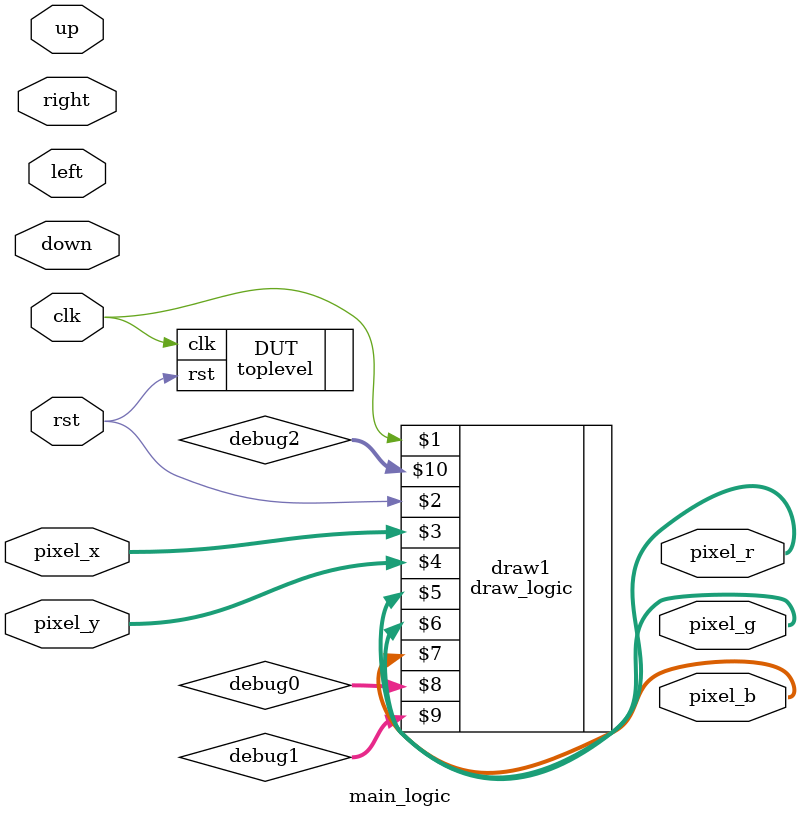
<source format=v>
`timescale 1ns / 1ps
module main_logic(clk, rst, up, down, left, right, pixel_x, pixel_y, pixel_r, pixel_g, pixel_b);
    input clk;
    input rst;
    input up;
    input down;
	 input left;
	 input right;
    input [9:0] pixel_x;
    input [9:0] pixel_y;
    output [7:0] pixel_r;
    output [7:0] pixel_g;
    output [7:0] pixel_b;
	 
	 wire tick_cycle;
	 wire [19:0] tick_counter;
	 
	 wire [31:0] debug0;
	 wire [31:0] debug1;
	 wire [31:0] debug2;
	 
	 draw_logic draw1(clk, rst, pixel_x, pixel_y,  
	                  pixel_r, pixel_g, pixel_b,debug0, debug1, debug2);
							
		toplevel DUT(.clk(clk), .rst(rst));					
     


endmodule

</source>
